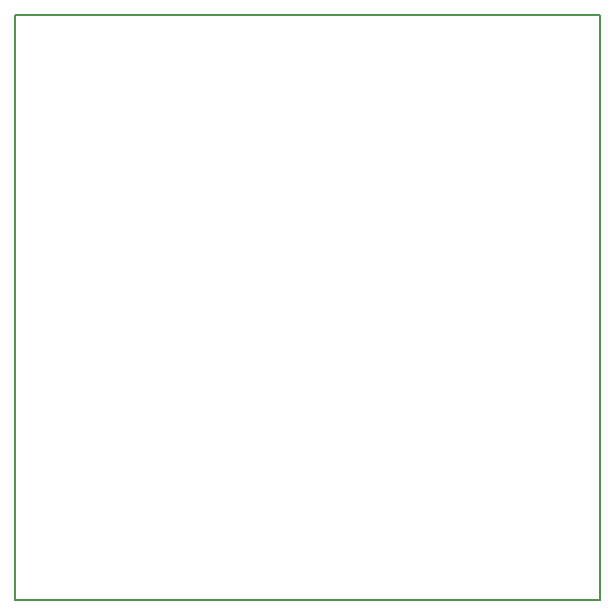
<source format=gbr>
%FSLAX35Y35*%
%MOIN*%
G04 EasyPC Gerber Version 18.0.8 Build 3632 *
%ADD11C,0.00500*%
X0Y0D02*
D02*
D11*
X250Y250D02*
X195171D01*
Y195171*
X250*
Y250*
X0Y0D02*
M02*

</source>
